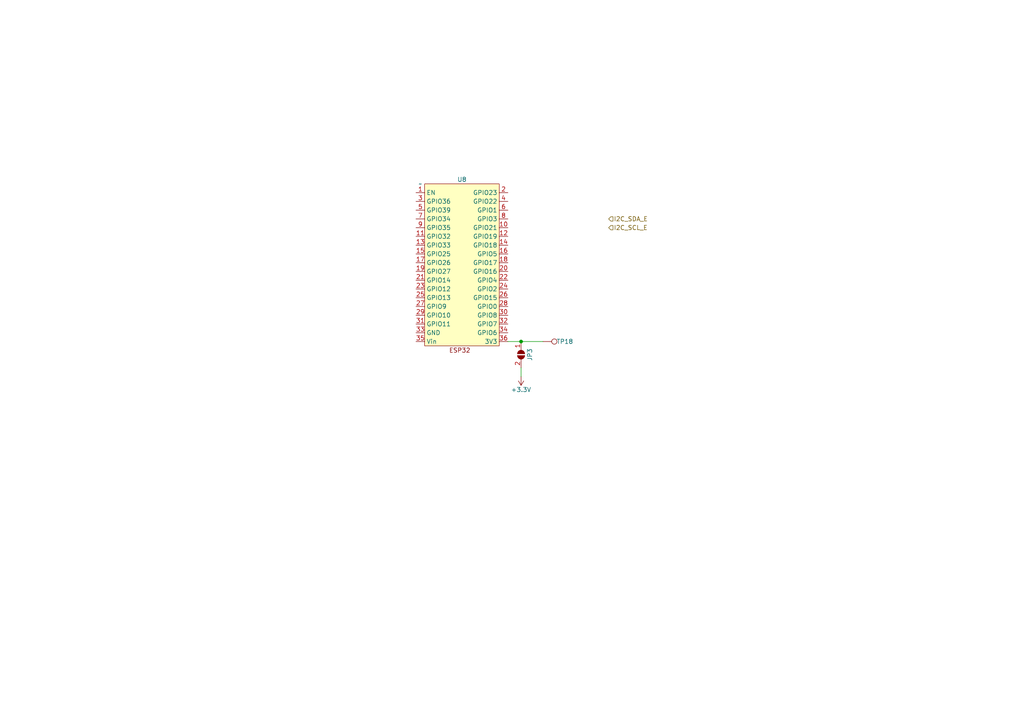
<source format=kicad_sch>
(kicad_sch (version 20230121) (generator eeschema)
  (paper "A4")
  (lib_symbols
    (symbol "Connector:TestPoint" (pin_numbers hide) (pin_names (offset 0.762) hide)
      (property "Reference" "TP" (at 0 6.858 0))
      (property "Value" "TestPoint" (at 0 5.08 0))
      (symbol "TestPoint_0_1"
        (circle (center 0 3.302) (radius 0.762))
      )
      (symbol "TestPoint_1_1"
        (pin passive line (at 0 0 90) (length 2.54) (name "1") (number "1"))
      )
    )
    (symbol "Jumper:SolderJumper_2_Open" (pin_names (offset 0) hide)
      (property "Reference" "JP" (at 0 2.032 0))
      (property "Value" "SolderJumper_2_Open" (at 0 -2.54 0))
      (symbol "SolderJumper_2_Open_0_1"
        (arc (start -0.254 1.016) (mid -1.2656 0) (end -0.254 -1.016))
        (arc (start -0.254 1.016) (mid -1.2656 0) (end -0.254 -1.016) (fill (type outline)))
        (polyline (pts (xy -0.254 1.016) (xy -0.254 -1.016)))
        (polyline (pts (xy 0.254 1.016) (xy 0.254 -1.016)))
        (arc (start 0.254 -1.016) (mid 1.2656 0) (end 0.254 1.016))
        (arc (start 0.254 -1.016) (mid 1.2656 0) (end 0.254 1.016) (fill (type outline)))
      )
      (symbol "SolderJumper_2_Open_1_1"
        (pin passive line (at -3.81 0 0) (length 2.54) (name "A") (number "1"))
        (pin passive line (at 3.81 0 180) (length 2.54) (name "B") (number "2"))
      )
    )
    (symbol "Project_library:esp32"
      (property "Reference" "U8" (at 10.795 1.27 0))
      (property "Value" "~" (at -1.27 0 0))
      (symbol "esp32_1_1"
        (rectangle (start 0 0) (end 21.59 -46.99) (fill (type background)))
        (text "ESP32" (at 10.16 -48.26 0) (effects (font (size 1.27 1.27))))
        (pin input line (at -2.54 -2.54 0) (length 2.54) (name "EN") (number "1"))
        (pin bidirectional line (at 24.13 -12.7 180) (length 2.54) (name "GPIO21") (number "10"))
        (pin bidirectional line (at -2.54 -15.24 0) (length 2.54) (name "GPIO32") (number "11"))
        (pin bidirectional line (at 24.13 -15.24 180) (length 2.54) (name "GPIO19") (number "12"))
        (pin bidirectional line (at -2.54 -17.78 0) (length 2.54) (name "GPIO33") (number "13"))
        (pin bidirectional line (at 24.13 -17.78 180) (length 2.54) (name "GPIO18") (number "14"))
        (pin bidirectional line (at -2.54 -20.32 0) (length 2.54) (name "GPIO25") (number "15"))
        (pin bidirectional line (at 24.13 -20.32 180) (length 2.54) (name "GPIO5") (number "16"))
        (pin bidirectional line (at -2.54 -22.86 0) (length 2.54) (name "GPIO26") (number "17"))
        (pin bidirectional line (at 24.13 -22.86 180) (length 2.54) (name "GPIO17") (number "18"))
        (pin bidirectional line (at -2.54 -25.4 0) (length 2.54) (name "GPIO27") (number "19"))
        (pin bidirectional line (at 24.13 -2.54 180) (length 2.54) (name "GPIO23") (number "2"))
        (pin bidirectional line (at 24.13 -25.4 180) (length 2.54) (name "GPIO16") (number "20"))
        (pin bidirectional line (at -2.54 -27.94 0) (length 2.54) (name "GPIO14") (number "21"))
        (pin bidirectional line (at 24.13 -27.94 180) (length 2.54) (name "GPIO4") (number "22"))
        (pin bidirectional line (at -2.54 -30.48 0) (length 2.54) (name "GPIO12") (number "23"))
        (pin bidirectional line (at 24.13 -30.48 180) (length 2.54) (name "GPIO2") (number "24"))
        (pin bidirectional line (at -2.54 -33.02 0) (length 2.54) (name "GPIO13") (number "25"))
        (pin bidirectional line (at 24.13 -33.02 180) (length 2.54) (name "GPIO15") (number "26"))
        (pin bidirectional line (at -2.54 -35.56 0) (length 2.54) (name "GPIO9") (number "27"))
        (pin bidirectional line (at 24.13 -35.56 180) (length 2.54) (name "GPIO0") (number "28"))
        (pin bidirectional line (at -2.54 -38.1 0) (length 2.54) (name "GPIO10") (number "29"))
        (pin bidirectional line (at -2.54 -5.08 0) (length 2.54) (name "GPIO36") (number "3"))
        (pin bidirectional line (at 24.13 -38.1 180) (length 2.54) (name "GPIO8") (number "30"))
        (pin bidirectional line (at -2.54 -40.64 0) (length 2.54) (name "GPIO11") (number "31"))
        (pin bidirectional line (at 24.13 -40.64 180) (length 2.54) (name "GPIO7") (number "32"))
        (pin power_in line (at -2.54 -43.18 0) (length 2.54) (name "GND") (number "33"))
        (pin bidirectional line (at 24.13 -43.18 180) (length 2.54) (name "GPIO6") (number "34"))
        (pin power_in line (at -2.54 -45.72 0) (length 2.54) (name "Vin") (number "35"))
        (pin power_out line (at 24.13 -45.72 180) (length 2.54) (name "3V3") (number "36"))
        (pin bidirectional line (at 24.13 -5.08 180) (length 2.54) (name "GPIO22") (number "4"))
        (pin bidirectional line (at -2.54 -7.62 0) (length 2.54) (name "GPIO39") (number "5"))
        (pin bidirectional line (at 24.13 -7.62 180) (length 2.54) (name "GPIO1") (number "6"))
        (pin bidirectional line (at -2.54 -10.16 0) (length 2.54) (name "GPIO34") (number "7"))
        (pin bidirectional line (at 24.13 -10.16 180) (length 2.54) (name "GPIO3") (number "8"))
        (pin bidirectional line (at -2.54 -12.7 0) (length 2.54) (name "GPIO35") (number "9"))
      )
    )
    (symbol "power:+3.3V" (power) (pin_names (offset 0))
      (property "Value" "+3.3V" (at 0 3.556 0))
      (symbol "+3.3V_0_1"
        (polyline (pts (xy -0.762 1.27) (xy 0 2.54)))
        (polyline (pts (xy 0 0) (xy 0 2.54)))
        (polyline (pts (xy 0 2.54) (xy 0.762 1.27)))
      )
      (symbol "+3.3V_1_1"
        (pin power_in line (at 0 0 90) (length 0) hide (name "+3.3V") (number "1"))
      )
    )
  )
  (junction (at 151.13 99.06))
  (wire (pts (xy 151.13 106.68) (xy 151.13 109.22)))
  (wire (pts (xy 147.32 99.06) (xy 151.13 99.06)))
  (wire (pts (xy 151.13 99.06) (xy 157.48 99.06)))
  (hierarchical_label "I2C_SCL_E" (shape input) (at 176.53 66.04 0))
  (hierarchical_label "I2C_SDA_E" (shape input) (at 176.53 63.5 0))
  (symbol (lib_id "power:+3.3V") (at 151.13 109.22 180) (unit 1)
    (property "Reference" "#PWR030" (effects hide))
    (property "Value" "+3.3V" (at 151.13 113.03 0))
    (instances (project "MTG_Scanner_v2" (path "" (reference "#PWR030") (unit 1)) (path "" (reference "#PWR010") (unit 1)) (path "" (reference "#PWR034") (unit 1))))
  )
  (symbol (lib_id "Connector:TestPoint") (at 157.48 99.06 270) (unit 1)
    (property "Reference" "TP18" (at 163.83 99.06 90))
    (property "Value" "TestPoint" (effects hide))
    (property "Footprint" "TestPoint:TestPoint_Keystone_5000-5004_Miniature" (effects hide))
    (instances (project "MTG_Scanner_v2" (path "" (reference "TP18") (unit 1)) (path "" (reference "TP2") (unit 1)) (path "" (reference "TP30") (unit 1))))
  )
  (symbol (lib_id "Jumper:SolderJumper_2_Open") (at 151.13 102.87 270) (unit 1)
    (property "Reference" "JP3" (at 153.67 102.87 0))
    (property "Value" "SolderJumper_2_Open" (effects hide))
    (property "Footprint" "Jumper:SolderJumper-2_P1.3mm_Open_Pad1.0x1.5mm" (effects hide))
    (instances (project "MTG_Scanner_v2" (path "" (reference "JP3") (unit 1)) (path "" (reference "JP8") (unit 1))))
  )
  (symbol (lib_id "Project_library:esp32") (at 123.19 53.34 0) (unit 1)
    (property "Reference" "U8" (at 133.985 52.07 0))
    (property "Value" "~" (at 121.92 53.34 0))
    (instances (project "MTG_Scanner_v2" (path "" (reference "U8") (unit 1)) (path "" (reference "U6") (unit 1))))
  )
)
</source>
